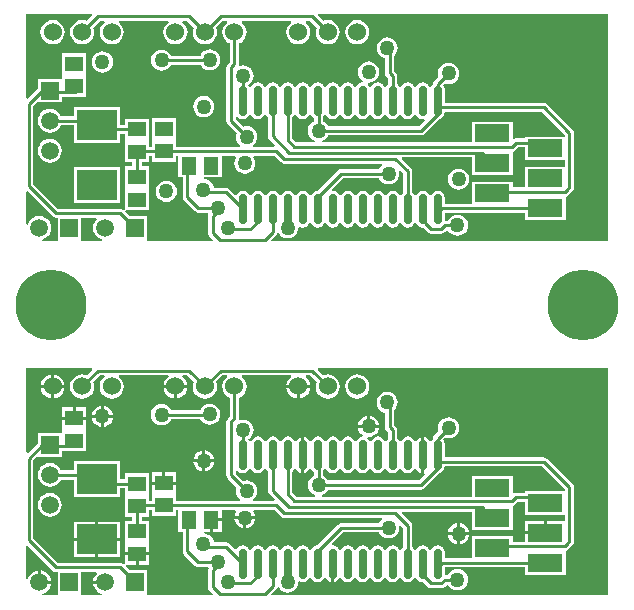
<source format=gbl>
G04 Layer_Physical_Order=2*
G04 Layer_Color=16711680*
%FSLAX24Y24*%
%MOIN*%
G70*
G01*
G75*
%ADD13R,0.0591X0.0512*%
%ADD15R,0.0512X0.0591*%
%ADD16C,0.0100*%
%ADD18C,0.0600*%
%ADD19C,0.0591*%
%ADD20R,0.0591X0.0591*%
%ADD21R,0.0591X0.0591*%
%ADD22C,0.2362*%
%ADD23C,0.0500*%
%ADD24R,0.1181X0.0591*%
%ADD25O,0.0276X0.1024*%
%ADD26R,0.1339X0.0984*%
G36*
X12707Y2411D02*
Y1768D01*
X12689Y1756D01*
X12636Y1677D01*
X12636Y1675D01*
X12585D01*
X12584Y1677D01*
X12532Y1756D01*
X12453Y1809D01*
X12360Y1827D01*
X12267Y1809D01*
X12189Y1756D01*
X12136Y1677D01*
X12136Y1675D01*
X12085D01*
X12084Y1677D01*
X12032Y1756D01*
X11953Y1809D01*
X11860Y1827D01*
X11767Y1809D01*
X11689Y1756D01*
X11636Y1677D01*
X11636Y1675D01*
X11585D01*
X11584Y1677D01*
X11532Y1756D01*
X11453Y1809D01*
X11360Y1827D01*
X11267Y1809D01*
X11189Y1756D01*
X11136Y1677D01*
X11136Y1675D01*
X11085D01*
X11084Y1677D01*
X11032Y1756D01*
X10953Y1809D01*
X10860Y1827D01*
X10767Y1809D01*
X10689Y1756D01*
X10636Y1677D01*
X10636Y1675D01*
X10585D01*
X10584Y1677D01*
X10532Y1756D01*
X10453Y1809D01*
X10360Y1827D01*
X10351Y1825D01*
X10326Y1871D01*
X10703Y2249D01*
X11909D01*
X11919Y2225D01*
X11975Y2152D01*
X12048Y2096D01*
X12133Y2061D01*
X12224Y2049D01*
X12316Y2061D01*
X12401Y2096D01*
X12474Y2152D01*
X12530Y2225D01*
X12565Y2310D01*
X12577Y2402D01*
X12567Y2481D01*
X12603Y2504D01*
X12612Y2507D01*
X12707Y2411D01*
D02*
G37*
G36*
X2501Y12693D02*
X2488Y12683D01*
X2424Y12601D01*
X2385Y12505D01*
X2371Y12402D01*
X2385Y12298D01*
X2424Y12202D01*
X2488Y12120D01*
X2570Y12056D01*
X2666Y12016D01*
X2686Y12014D01*
X2682Y11964D01*
X1998D01*
X1980Y12006D01*
X1980D01*
Y12741D01*
X2485D01*
X2501Y12693D01*
D02*
G37*
G36*
X1034Y12786D02*
X1083Y12752D01*
X1142Y12741D01*
X1189D01*
Y12006D01*
X1189D01*
X1171Y11964D01*
X672D01*
X669Y12014D01*
X688Y12016D01*
X784Y12056D01*
X867Y12120D01*
X930Y12202D01*
X970Y12298D01*
X983Y12402D01*
X970Y12505D01*
X930Y12601D01*
X867Y12683D01*
X784Y12747D01*
X688Y12787D01*
X585Y12800D01*
X481Y12787D01*
X385Y12747D01*
X303Y12683D01*
X239Y12601D01*
X200Y12505D01*
X153Y12516D01*
Y13601D01*
X199Y13620D01*
X1034Y12786D01*
D02*
G37*
G36*
X8642Y14587D02*
X8691Y14554D01*
X8750Y14542D01*
X11997D01*
X12014Y14492D01*
X11975Y14462D01*
X11919Y14389D01*
X11909Y14366D01*
X10640D01*
X10581Y14354D01*
X10532Y14321D01*
X9847Y13635D01*
X9767Y13620D01*
X9689Y13567D01*
X9636Y13488D01*
X9636Y13486D01*
X9585D01*
X9584Y13488D01*
X9532Y13567D01*
X9453Y13620D01*
X9360Y13638D01*
X9267Y13620D01*
X9189Y13567D01*
X9136Y13488D01*
X9136Y13486D01*
X9085D01*
X9084Y13488D01*
X9032Y13567D01*
X8953Y13620D01*
X8860Y13638D01*
X8767Y13620D01*
X8689Y13567D01*
X8636Y13488D01*
X8636Y13486D01*
X8585D01*
X8584Y13488D01*
X8532Y13567D01*
X8453Y13620D01*
X8360Y13638D01*
X8267Y13620D01*
X8189Y13567D01*
X8136Y13488D01*
X8136Y13486D01*
X8085D01*
X8084Y13488D01*
X8032Y13567D01*
X7953Y13620D01*
X7860Y13638D01*
X7767Y13620D01*
X7689Y13567D01*
X7636Y13488D01*
X7636Y13486D01*
X7585D01*
X7584Y13488D01*
X7532Y13567D01*
X7453Y13620D01*
X7360Y13638D01*
X7267Y13620D01*
X7189Y13567D01*
X7154Y13515D01*
X7093Y13506D01*
X6905Y13693D01*
X6855Y13726D01*
X6797Y13738D01*
X6399D01*
X6394Y13773D01*
X6359Y13858D01*
X6303Y13931D01*
X6230Y13987D01*
X6145Y14022D01*
X6062Y14033D01*
X6065Y14083D01*
X6665D01*
Y14808D01*
X7119D01*
X7144Y14758D01*
X7125Y14734D01*
X7090Y14648D01*
X7078Y14557D01*
X7090Y14466D01*
X7125Y14381D01*
X7181Y14307D01*
X7255Y14251D01*
X7340Y14216D01*
X7431Y14204D01*
X7522Y14216D01*
X7608Y14251D01*
X7681Y14307D01*
X7737Y14381D01*
X7772Y14466D01*
X7784Y14557D01*
X7772Y14648D01*
X7737Y14734D01*
X7718Y14758D01*
X7743Y14808D01*
X8421D01*
X8642Y14587D01*
D02*
G37*
G36*
X16760Y14656D02*
X18095D01*
Y14446D01*
X16760D01*
Y13759D01*
X16370D01*
Y13946D01*
X14989D01*
Y13204D01*
X14103D01*
Y13396D01*
X14084Y13488D01*
X14032Y13567D01*
X13953Y13620D01*
X13860Y13638D01*
X13767Y13620D01*
X13689Y13567D01*
X13636Y13488D01*
X13636Y13486D01*
X13585D01*
X13584Y13488D01*
X13532Y13567D01*
X13453Y13620D01*
X13360Y13638D01*
X13267Y13620D01*
X13189Y13567D01*
X13136Y13488D01*
X13136Y13486D01*
X13085D01*
X13084Y13488D01*
X13032Y13567D01*
X13013Y13579D01*
Y14285D01*
X13002Y14344D01*
X12968Y14394D01*
X12655Y14707D01*
X12674Y14753D01*
X14989D01*
Y14156D01*
X16370D01*
Y14946D01*
X16407Y14976D01*
X16440Y14998D01*
X16525Y15083D01*
X16760D01*
Y14656D01*
D02*
G37*
G36*
X12707Y14222D02*
Y13579D01*
X12689Y13567D01*
X12636Y13488D01*
X12636Y13486D01*
X12585D01*
X12584Y13488D01*
X12532Y13567D01*
X12453Y13620D01*
X12360Y13638D01*
X12267Y13620D01*
X12189Y13567D01*
X12136Y13488D01*
X12136Y13486D01*
X12085D01*
X12084Y13488D01*
X12032Y13567D01*
X11953Y13620D01*
X11860Y13638D01*
X11767Y13620D01*
X11689Y13567D01*
X11636Y13488D01*
X11636Y13486D01*
X11585D01*
X11584Y13488D01*
X11532Y13567D01*
X11453Y13620D01*
X11360Y13638D01*
X11267Y13620D01*
X11189Y13567D01*
X11136Y13488D01*
X11136Y13486D01*
X11085D01*
X11084Y13488D01*
X11032Y13567D01*
X10953Y13620D01*
X10860Y13638D01*
X10767Y13620D01*
X10689Y13567D01*
X10636Y13488D01*
X10636Y13486D01*
X10585D01*
X10584Y13488D01*
X10532Y13567D01*
X10453Y13620D01*
X10360Y13638D01*
X10351Y13636D01*
X10326Y13682D01*
X10703Y14060D01*
X11909D01*
X11919Y14036D01*
X11975Y13963D01*
X12048Y13907D01*
X12133Y13872D01*
X12224Y13860D01*
X12316Y13872D01*
X12401Y13907D01*
X12474Y13963D01*
X12530Y14036D01*
X12565Y14121D01*
X12577Y14213D01*
X12567Y14292D01*
X12603Y14315D01*
X12612Y14318D01*
X12707Y14222D01*
D02*
G37*
G36*
X8642Y2776D02*
X8691Y2743D01*
X8750Y2731D01*
X11997D01*
X12014Y2681D01*
X11975Y2651D01*
X11919Y2578D01*
X11909Y2555D01*
X10640D01*
X10581Y2543D01*
X10532Y2510D01*
X9847Y1824D01*
X9767Y1809D01*
X9689Y1756D01*
X9636Y1677D01*
X9636Y1675D01*
X9585D01*
X9584Y1677D01*
X9532Y1756D01*
X9453Y1809D01*
X9360Y1827D01*
X9267Y1809D01*
X9189Y1756D01*
X9136Y1677D01*
X9136Y1675D01*
X9085D01*
X9084Y1677D01*
X9032Y1756D01*
X8953Y1809D01*
X8860Y1827D01*
X8767Y1809D01*
X8689Y1756D01*
X8636Y1677D01*
X8636Y1675D01*
X8585D01*
X8584Y1677D01*
X8532Y1756D01*
X8453Y1809D01*
X8360Y1827D01*
X8267Y1809D01*
X8189Y1756D01*
X8136Y1677D01*
X8136Y1675D01*
X8085D01*
X8084Y1677D01*
X8032Y1756D01*
X7953Y1809D01*
X7860Y1827D01*
X7767Y1809D01*
X7689Y1756D01*
X7636Y1677D01*
X7636Y1675D01*
X7585D01*
X7584Y1677D01*
X7532Y1756D01*
X7453Y1809D01*
X7360Y1827D01*
X7267Y1809D01*
X7189Y1756D01*
X7154Y1704D01*
X7093Y1695D01*
X6905Y1882D01*
X6855Y1915D01*
X6797Y1927D01*
X6399D01*
X6394Y1962D01*
X6359Y2047D01*
X6303Y2120D01*
X6230Y2176D01*
X6145Y2211D01*
X6062Y2222D01*
X6065Y2272D01*
X6259D01*
Y2667D01*
X6309D01*
Y2717D01*
X6665D01*
Y2997D01*
X7119D01*
X7144Y2947D01*
X7125Y2923D01*
X7090Y2837D01*
X7085Y2796D01*
X7778D01*
X7772Y2837D01*
X7737Y2923D01*
X7718Y2947D01*
X7743Y2997D01*
X8421D01*
X8642Y2776D01*
D02*
G37*
G36*
X18095Y3687D02*
Y3635D01*
X16760D01*
Y3578D01*
X16462D01*
X16420Y3570D01*
X16370Y3599D01*
Y4135D01*
X14989D01*
Y3448D01*
X10017D01*
X10007Y3498D01*
X10068Y3523D01*
X10141Y3579D01*
X10197Y3652D01*
X10207Y3676D01*
X13307D01*
X13366Y3687D01*
X13415Y3721D01*
X13923Y4229D01*
X13953Y4235D01*
X14032Y4287D01*
X14084Y4366D01*
X14102Y4453D01*
X17328D01*
X18095Y3687D01*
D02*
G37*
G36*
X7636Y4366D02*
X7689Y4287D01*
X7767Y4235D01*
X7860Y4216D01*
X7953Y4235D01*
X8032Y4287D01*
X8084Y4366D01*
X8085Y4368D01*
X8136D01*
X8136Y4366D01*
X8189Y4287D01*
X8207Y4275D01*
Y3648D01*
X8219Y3589D01*
X8252Y3539D01*
X8439Y3353D01*
X8418Y3303D01*
X7718D01*
X7701Y3353D01*
X7740Y3382D01*
X7796Y3455D01*
X7831Y3541D01*
X7843Y3632D01*
X7831Y3723D01*
X7796Y3808D01*
X7740Y3882D01*
X7667Y3938D01*
X7582Y3973D01*
X7490Y3985D01*
X7399Y3973D01*
X7375Y3963D01*
X7125Y4213D01*
Y4293D01*
X7175Y4308D01*
X7189Y4287D01*
X7267Y4235D01*
X7360Y4216D01*
X7453Y4235D01*
X7532Y4287D01*
X7584Y4366D01*
X7585Y4368D01*
X7636D01*
X7636Y4366D01*
D02*
G37*
G36*
X2350Y7675D02*
X2161Y7486D01*
X2112Y7506D01*
X2008Y7520D01*
X1903Y7506D01*
X1806Y7466D01*
X1723Y7401D01*
X1658Y7318D01*
X1618Y7221D01*
X1604Y7116D01*
X1618Y7012D01*
X1658Y6914D01*
X1723Y6831D01*
X1806Y6767D01*
X1903Y6726D01*
X2008Y6713D01*
X2112Y6726D01*
X2210Y6767D01*
X2293Y6831D01*
X2357Y6914D01*
X2398Y7012D01*
X2411Y7116D01*
X2398Y7221D01*
X2377Y7269D01*
X2603Y7495D01*
X2746D01*
X2763Y7445D01*
X2707Y7401D01*
X2643Y7318D01*
X2602Y7221D01*
X2589Y7116D01*
X2602Y7012D01*
X2643Y6914D01*
X2707Y6831D01*
X2790Y6767D01*
X2888Y6726D01*
X2992Y6713D01*
X3097Y6726D01*
X3194Y6767D01*
X3277Y6831D01*
X3342Y6914D01*
X3382Y7012D01*
X3396Y7116D01*
X3382Y7221D01*
X3342Y7318D01*
X3277Y7401D01*
X3221Y7445D01*
X3238Y7495D01*
X4872D01*
X4889Y7445D01*
X4833Y7401D01*
X4769Y7318D01*
X4728Y7221D01*
X4721Y7166D01*
X5515D01*
X5508Y7221D01*
X5468Y7318D01*
X5403Y7401D01*
X5347Y7445D01*
X5364Y7495D01*
X5508D01*
X5733Y7269D01*
X5713Y7221D01*
X5699Y7116D01*
X5713Y7012D01*
X5753Y6914D01*
X5817Y6831D01*
X5901Y6767D01*
X5998Y6726D01*
X6102Y6713D01*
X6207Y6726D01*
X6304Y6767D01*
X6388Y6831D01*
X6452Y6914D01*
X6492Y7012D01*
X6506Y7116D01*
X6492Y7221D01*
X6472Y7269D01*
X6687Y7485D01*
X6828D01*
X6845Y7435D01*
X6801Y7401D01*
X6737Y7318D01*
X6697Y7221D01*
X6683Y7116D01*
X6697Y7012D01*
X6737Y6914D01*
X6801Y6831D01*
X6885Y6767D01*
X6934Y6747D01*
Y6118D01*
X6864Y6048D01*
X6831Y5998D01*
X6819Y5940D01*
Y4150D01*
X6831Y4091D01*
X6864Y4042D01*
X7159Y3747D01*
X7149Y3723D01*
X7137Y3632D01*
X7149Y3541D01*
X7184Y3455D01*
X7241Y3382D01*
X7279Y3353D01*
X7262Y3303D01*
X5130D01*
Y3492D01*
X5130Y3506D01*
Y3542D01*
X5130Y3556D01*
Y3848D01*
X4734D01*
X4339D01*
Y3556D01*
X4339Y3542D01*
Y3506D01*
X4339Y3492D01*
Y3303D01*
X4244D01*
Y3472D01*
X4244Y3486D01*
Y3522D01*
X4244Y3536D01*
Y4234D01*
X3453D01*
Y4031D01*
X3259D01*
Y4618D01*
X1721D01*
Y4320D01*
X1300D01*
X1280Y4367D01*
X1217Y4449D01*
X1134Y4513D01*
X1038Y4552D01*
X935Y4566D01*
X832Y4552D01*
X736Y4513D01*
X653Y4449D01*
X590Y4367D01*
X550Y4271D01*
X536Y4167D01*
X550Y4064D01*
X590Y3968D01*
X653Y3885D01*
X736Y3822D01*
X832Y3782D01*
X935Y3769D01*
X1038Y3782D01*
X1134Y3822D01*
X1217Y3885D01*
X1280Y3968D01*
X1300Y4014D01*
X1721D01*
Y3433D01*
X3259D01*
Y3725D01*
X3453D01*
Y3536D01*
X3453Y3522D01*
Y3486D01*
X3453Y3472D01*
Y2774D01*
X3686D01*
Y2639D01*
X3443D01*
Y1941D01*
X3443Y1928D01*
Y1891D01*
X3443Y1878D01*
Y1585D01*
X4234D01*
Y1878D01*
X4234Y1891D01*
Y1928D01*
X4234Y1941D01*
Y2639D01*
X3992D01*
Y2774D01*
X4244D01*
Y2997D01*
X4339D01*
Y2794D01*
X5130D01*
Y2997D01*
X5205D01*
Y2272D01*
X5363D01*
Y1616D01*
X5374Y1557D01*
X5408Y1508D01*
X5773Y1142D01*
X5823Y1109D01*
X5882Y1097D01*
X6200D01*
X6224Y1053D01*
X6217Y1043D01*
X6205Y984D01*
Y433D01*
X6217Y375D01*
X6250Y325D01*
X6376Y199D01*
X6357Y153D01*
X4183D01*
X4165Y195D01*
X4165D01*
Y986D01*
X3591D01*
X3447Y1130D01*
X3468Y1180D01*
X3789D01*
Y1485D01*
X3443D01*
Y1204D01*
X3393Y1183D01*
X3386Y1191D01*
X3336Y1224D01*
X3278Y1236D01*
X1205D01*
X379Y2061D01*
Y4651D01*
X512Y4784D01*
X540Y4772D01*
Y4772D01*
X1330D01*
Y4916D01*
X1347Y4959D01*
X2137D01*
Y5657D01*
X2137Y5671D01*
Y5707D01*
X2137Y5721D01*
Y6013D01*
X1347D01*
Y5721D01*
X1347Y5707D01*
Y5671D01*
X1347Y5657D01*
Y5606D01*
X1330Y5563D01*
X540D01*
Y5244D01*
X199Y4904D01*
X153Y4923D01*
Y7721D01*
X2331D01*
X2350Y7675D01*
D02*
G37*
G36*
X16760Y2845D02*
X18095D01*
Y2635D01*
X17501D01*
Y2240D01*
X17451D01*
Y2190D01*
X16760D01*
Y1948D01*
X16370D01*
Y2135D01*
X14989D01*
Y1393D01*
X14103D01*
Y1585D01*
X14084Y1677D01*
X14032Y1756D01*
X13953Y1809D01*
X13860Y1827D01*
X13767Y1809D01*
X13689Y1756D01*
X13636Y1677D01*
X13636Y1675D01*
X13585D01*
X13584Y1677D01*
X13532Y1756D01*
X13453Y1809D01*
X13360Y1827D01*
X13267Y1809D01*
X13189Y1756D01*
X13136Y1677D01*
X13136Y1675D01*
X13085D01*
X13084Y1677D01*
X13032Y1756D01*
X13013Y1768D01*
Y2474D01*
X13002Y2533D01*
X12968Y2583D01*
X12655Y2896D01*
X12674Y2942D01*
X14989D01*
Y2345D01*
X16370D01*
Y3135D01*
X16407Y3165D01*
X16440Y3187D01*
X16525Y3272D01*
X16760D01*
Y2845D01*
D02*
G37*
G36*
X19532Y153D02*
X8338D01*
X8319Y199D01*
X8468Y349D01*
X8502Y398D01*
X8504Y411D01*
X8537Y420D01*
X8557Y419D01*
X8609Y351D01*
X8682Y295D01*
X8767Y259D01*
X8859Y247D01*
X8950Y259D01*
X9035Y295D01*
X9108Y351D01*
X9164Y424D01*
X9200Y509D01*
X9210Y591D01*
X9254Y622D01*
X9267Y613D01*
X9360Y594D01*
X9453Y613D01*
X9532Y665D01*
X9584Y744D01*
X9585Y746D01*
X9636D01*
X9636Y744D01*
X9689Y665D01*
X9767Y613D01*
X9860Y594D01*
X9953Y613D01*
X10032Y665D01*
X10084Y744D01*
X10085Y746D01*
X10136D01*
X10136Y744D01*
X10189Y665D01*
X10267Y613D01*
X10310Y604D01*
Y1211D01*
X10410D01*
Y604D01*
X10453Y613D01*
X10532Y665D01*
X10584Y744D01*
X10585Y746D01*
X10636D01*
X10636Y744D01*
X10689Y665D01*
X10767Y613D01*
X10860Y594D01*
X10953Y613D01*
X11032Y665D01*
X11084Y744D01*
X11085Y746D01*
X11136D01*
X11136Y744D01*
X11189Y665D01*
X11267Y613D01*
X11360Y594D01*
X11453Y613D01*
X11532Y665D01*
X11584Y744D01*
X11585Y746D01*
X11636D01*
X11636Y744D01*
X11689Y665D01*
X11767Y613D01*
X11860Y594D01*
X11953Y613D01*
X12032Y665D01*
X12084Y744D01*
X12085Y746D01*
X12136D01*
X12136Y744D01*
X12189Y665D01*
X12267Y613D01*
X12360Y594D01*
X12453Y613D01*
X12532Y665D01*
X12584Y744D01*
X12585Y746D01*
X12636D01*
X12636Y744D01*
X12689Y665D01*
X12767Y613D01*
X12860Y594D01*
X12953Y613D01*
X13032Y665D01*
X13084Y744D01*
X13085Y746D01*
X13136D01*
X13136Y744D01*
X13189Y665D01*
X13267Y613D01*
X13360Y594D01*
X13379Y598D01*
X13536Y441D01*
X13586Y408D01*
X13644Y396D01*
X13979D01*
X14038Y408D01*
X14088Y441D01*
X14156Y509D01*
X14210Y503D01*
X14213Y501D01*
X14268Y430D01*
X14341Y373D01*
X14426Y338D01*
X14518Y326D01*
X14609Y338D01*
X14694Y373D01*
X14767Y430D01*
X14823Y503D01*
X14859Y588D01*
X14871Y679D01*
X14859Y771D01*
X14823Y856D01*
X14767Y929D01*
X14694Y985D01*
X14609Y1020D01*
X14518Y1032D01*
X14426Y1020D01*
X14341Y985D01*
X14268Y929D01*
X14212Y856D01*
X14202Y832D01*
X14151D01*
X14109Y836D01*
X14103Y881D01*
Y1087D01*
X16760D01*
Y845D01*
X18141D01*
Y1635D01*
X18179Y1665D01*
X18212Y1687D01*
X18299Y1775D01*
X18333Y1824D01*
X18333Y1828D01*
X18356Y1851D01*
X18389Y1900D01*
X18401Y1959D01*
Y3750D01*
X18389Y3809D01*
X18356Y3858D01*
X17500Y4714D01*
X17450Y4748D01*
X17392Y4759D01*
X14103D01*
Y5207D01*
X14084Y5299D01*
X14051Y5350D01*
X14108Y5407D01*
X14132Y5397D01*
X14223Y5385D01*
X14315Y5397D01*
X14400Y5433D01*
X14473Y5489D01*
X14529Y5562D01*
X14564Y5647D01*
X14576Y5738D01*
X14564Y5830D01*
X14529Y5915D01*
X14473Y5988D01*
X14400Y6044D01*
X14315Y6079D01*
X14223Y6091D01*
X14132Y6079D01*
X14047Y6044D01*
X13974Y5988D01*
X13917Y5915D01*
X13882Y5830D01*
X13870Y5738D01*
X13882Y5647D01*
X13892Y5624D01*
X13752Y5484D01*
X13719Y5434D01*
X13711Y5393D01*
X13689Y5378D01*
X13636Y5299D01*
X13636Y5297D01*
X13585D01*
X13584Y5299D01*
X13532Y5378D01*
X13453Y5431D01*
X13410Y5439D01*
Y4833D01*
Y4226D01*
X13419Y4228D01*
X13444Y4182D01*
X13244Y3982D01*
X10207D01*
X10197Y4005D01*
X10141Y4078D01*
X10068Y4134D01*
X10045Y4144D01*
Y4307D01*
X10084Y4366D01*
X10085Y4368D01*
X10136D01*
X10136Y4366D01*
X10189Y4287D01*
X10267Y4235D01*
X10360Y4216D01*
X10453Y4235D01*
X10532Y4287D01*
X10584Y4366D01*
X10585Y4368D01*
X10636D01*
X10636Y4366D01*
X10689Y4287D01*
X10767Y4235D01*
X10860Y4216D01*
X10953Y4235D01*
X11032Y4287D01*
X11084Y4366D01*
X11085Y4368D01*
X11136D01*
X11136Y4366D01*
X11189Y4287D01*
X11267Y4235D01*
X11360Y4216D01*
X11453Y4235D01*
X11532Y4287D01*
X11584Y4366D01*
X11585Y4368D01*
X11636D01*
X11636Y4366D01*
X11689Y4287D01*
X11767Y4235D01*
X11860Y4216D01*
X11953Y4235D01*
X12032Y4287D01*
X12084Y4366D01*
X12085Y4368D01*
X12136D01*
X12136Y4366D01*
X12189Y4287D01*
X12267Y4235D01*
X12360Y4216D01*
X12453Y4235D01*
X12532Y4287D01*
X12584Y4366D01*
X12585Y4368D01*
X12636D01*
X12636Y4366D01*
X12689Y4287D01*
X12767Y4235D01*
X12860Y4216D01*
X12953Y4235D01*
X13032Y4287D01*
X13084Y4366D01*
X13085Y4368D01*
X13136D01*
X13136Y4366D01*
X13189Y4287D01*
X13267Y4235D01*
X13310Y4226D01*
Y4833D01*
Y5439D01*
X13267Y5431D01*
X13189Y5378D01*
X13136Y5299D01*
X13136Y5297D01*
X13085D01*
X13084Y5299D01*
X13032Y5378D01*
X12953Y5431D01*
X12860Y5449D01*
X12767Y5431D01*
X12689Y5378D01*
X12636Y5299D01*
X12636Y5297D01*
X12585D01*
X12584Y5299D01*
X12532Y5378D01*
X12513Y5390D01*
Y5652D01*
X12502Y5710D01*
X12468Y5760D01*
X12407Y5821D01*
Y6321D01*
X12425Y6335D01*
X12481Y6408D01*
X12516Y6493D01*
X12528Y6585D01*
X12516Y6676D01*
X12481Y6761D01*
X12425Y6834D01*
X12352Y6890D01*
X12267Y6926D01*
X12175Y6938D01*
X12084Y6926D01*
X11999Y6890D01*
X11926Y6834D01*
X11869Y6761D01*
X11834Y6676D01*
X11822Y6585D01*
X11834Y6493D01*
X11869Y6408D01*
X11926Y6335D01*
X11999Y6279D01*
X12084Y6244D01*
X12101Y6241D01*
Y5758D01*
X12113Y5699D01*
X12146Y5650D01*
X12207Y5588D01*
Y5390D01*
X12189Y5378D01*
X12136Y5299D01*
X12136Y5297D01*
X12085D01*
X12084Y5299D01*
X12032Y5378D01*
X11953Y5431D01*
X11860Y5449D01*
X11767Y5431D01*
X11689Y5378D01*
X11636Y5299D01*
X11636Y5297D01*
X11585D01*
X11584Y5299D01*
X11532Y5378D01*
X11515Y5389D01*
X11533Y5437D01*
X11555Y5434D01*
X11646Y5446D01*
X11732Y5482D01*
X11805Y5538D01*
X11861Y5611D01*
X11896Y5696D01*
X11902Y5737D01*
X11209D01*
X11214Y5696D01*
X11249Y5611D01*
X11306Y5538D01*
X11359Y5496D01*
X11343Y5446D01*
X11267Y5431D01*
X11189Y5378D01*
X11136Y5299D01*
X11136Y5297D01*
X11085D01*
X11084Y5299D01*
X11032Y5378D01*
X10953Y5431D01*
X10860Y5449D01*
X10767Y5431D01*
X10689Y5378D01*
X10636Y5299D01*
X10636Y5297D01*
X10585D01*
X10584Y5299D01*
X10532Y5378D01*
X10453Y5431D01*
X10360Y5449D01*
X10267Y5431D01*
X10189Y5378D01*
X10136Y5299D01*
X10136Y5297D01*
X10085D01*
X10084Y5299D01*
X10032Y5378D01*
X9953Y5431D01*
X9860Y5449D01*
X9767Y5431D01*
X9689Y5378D01*
X9636Y5299D01*
X9636Y5297D01*
X9585D01*
X9584Y5299D01*
X9532Y5378D01*
X9453Y5431D01*
X9410Y5439D01*
Y4833D01*
Y4226D01*
X9453Y4235D01*
X9532Y4287D01*
X9584Y4366D01*
X9585Y4368D01*
X9636D01*
X9636Y4366D01*
X9689Y4287D01*
X9739Y4254D01*
Y4144D01*
X9715Y4134D01*
X9642Y4078D01*
X9586Y4005D01*
X9551Y3920D01*
X9539Y3829D01*
X9551Y3737D01*
X9586Y3652D01*
X9642Y3579D01*
X9715Y3523D01*
X9776Y3498D01*
X9766Y3448D01*
X9150D01*
X9013Y3585D01*
Y4275D01*
X9032Y4287D01*
X9084Y4366D01*
X9085Y4368D01*
X9136D01*
X9136Y4366D01*
X9189Y4287D01*
X9267Y4235D01*
X9310Y4226D01*
Y4833D01*
Y5439D01*
X9267Y5431D01*
X9189Y5378D01*
X9136Y5299D01*
X9136Y5297D01*
X9085D01*
X9084Y5299D01*
X9032Y5378D01*
X8953Y5431D01*
X8860Y5449D01*
X8767Y5431D01*
X8689Y5378D01*
X8636Y5299D01*
X8636Y5297D01*
X8585D01*
X8584Y5299D01*
X8532Y5378D01*
X8453Y5431D01*
X8360Y5449D01*
X8267Y5431D01*
X8189Y5378D01*
X8136Y5299D01*
X8136Y5297D01*
X8085D01*
X8084Y5299D01*
X8032Y5378D01*
X7953Y5431D01*
X7860Y5449D01*
X7767Y5431D01*
X7689Y5378D01*
X7636Y5299D01*
X7636Y5297D01*
X7585D01*
X7584Y5299D01*
X7548Y5353D01*
X7549Y5354D01*
X7622Y5410D01*
X7678Y5483D01*
X7713Y5568D01*
X7725Y5659D01*
X7713Y5751D01*
X7678Y5836D01*
X7622Y5909D01*
X7549Y5965D01*
X7463Y6000D01*
X7372Y6012D01*
X7281Y6000D01*
X7280Y6000D01*
X7236Y6036D01*
X7240Y6054D01*
Y6747D01*
X7288Y6767D01*
X7372Y6831D01*
X7436Y6914D01*
X7476Y7012D01*
X7490Y7116D01*
X7476Y7221D01*
X7436Y7318D01*
X7372Y7401D01*
X7328Y7435D01*
X7345Y7485D01*
X8954D01*
X8971Y7435D01*
X8927Y7401D01*
X8863Y7318D01*
X8823Y7221D01*
X8816Y7166D01*
X9609D01*
X9602Y7221D01*
X9562Y7318D01*
X9498Y7401D01*
X9454Y7435D01*
X9471Y7485D01*
X9612D01*
X9827Y7269D01*
X9807Y7221D01*
X9793Y7116D01*
X9807Y7012D01*
X9847Y6914D01*
X9912Y6831D01*
X9995Y6767D01*
X10092Y6726D01*
X10197Y6713D01*
X10301Y6726D01*
X10399Y6767D01*
X10482Y6831D01*
X10546Y6914D01*
X10587Y7012D01*
X10600Y7116D01*
X10587Y7221D01*
X10546Y7318D01*
X10482Y7401D01*
X10399Y7466D01*
X10301Y7506D01*
X10197Y7520D01*
X10092Y7506D01*
X10044Y7486D01*
X9854Y7675D01*
X9874Y7721D01*
X19532D01*
Y153D01*
D02*
G37*
G36*
X2350Y19486D02*
X2161Y19297D01*
X2112Y19317D01*
X2008Y19331D01*
X1903Y19317D01*
X1806Y19277D01*
X1723Y19212D01*
X1658Y19129D01*
X1618Y19032D01*
X1604Y18927D01*
X1618Y18823D01*
X1658Y18725D01*
X1723Y18642D01*
X1806Y18578D01*
X1903Y18537D01*
X2008Y18524D01*
X2112Y18537D01*
X2210Y18578D01*
X2293Y18642D01*
X2357Y18725D01*
X2398Y18823D01*
X2411Y18927D01*
X2398Y19032D01*
X2377Y19080D01*
X2603Y19306D01*
X2746D01*
X2763Y19256D01*
X2707Y19212D01*
X2643Y19129D01*
X2602Y19032D01*
X2589Y18927D01*
X2602Y18823D01*
X2643Y18725D01*
X2707Y18642D01*
X2790Y18578D01*
X2888Y18537D01*
X2992Y18524D01*
X3097Y18537D01*
X3194Y18578D01*
X3277Y18642D01*
X3342Y18725D01*
X3382Y18823D01*
X3396Y18927D01*
X3382Y19032D01*
X3342Y19129D01*
X3277Y19212D01*
X3221Y19256D01*
X3238Y19306D01*
X4872D01*
X4889Y19256D01*
X4833Y19212D01*
X4769Y19129D01*
X4728Y19032D01*
X4715Y18927D01*
X4728Y18823D01*
X4769Y18725D01*
X4833Y18642D01*
X4916Y18578D01*
X5014Y18537D01*
X5118Y18524D01*
X5223Y18537D01*
X5320Y18578D01*
X5403Y18642D01*
X5468Y18725D01*
X5508Y18823D01*
X5522Y18927D01*
X5508Y19032D01*
X5468Y19129D01*
X5403Y19212D01*
X5347Y19256D01*
X5364Y19306D01*
X5508D01*
X5733Y19080D01*
X5713Y19032D01*
X5699Y18927D01*
X5713Y18823D01*
X5753Y18725D01*
X5817Y18642D01*
X5901Y18578D01*
X5998Y18537D01*
X6102Y18524D01*
X6207Y18537D01*
X6304Y18578D01*
X6388Y18642D01*
X6452Y18725D01*
X6492Y18823D01*
X6506Y18927D01*
X6492Y19032D01*
X6472Y19080D01*
X6687Y19296D01*
X6828D01*
X6845Y19246D01*
X6801Y19212D01*
X6737Y19129D01*
X6697Y19032D01*
X6683Y18927D01*
X6697Y18823D01*
X6737Y18725D01*
X6801Y18642D01*
X6885Y18578D01*
X6934Y18558D01*
Y17929D01*
X6864Y17859D01*
X6831Y17809D01*
X6819Y17751D01*
Y15961D01*
X6831Y15903D01*
X6864Y15853D01*
X7159Y15558D01*
X7149Y15534D01*
X7137Y15443D01*
X7149Y15352D01*
X7184Y15266D01*
X7241Y15193D01*
X7279Y15164D01*
X7262Y15114D01*
X5130D01*
Y15303D01*
X5130Y15317D01*
Y15353D01*
X5130Y15367D01*
Y16065D01*
X4339D01*
Y15367D01*
X4339Y15353D01*
Y15317D01*
X4339Y15303D01*
Y15114D01*
X4244D01*
Y15283D01*
X4244Y15297D01*
Y15333D01*
X4244Y15347D01*
Y16045D01*
X3453D01*
Y15842D01*
X3259D01*
Y16429D01*
X1721D01*
Y16131D01*
X1300D01*
X1280Y16178D01*
X1217Y16260D01*
X1134Y16324D01*
X1038Y16363D01*
X935Y16377D01*
X832Y16363D01*
X736Y16324D01*
X653Y16260D01*
X590Y16178D01*
X550Y16082D01*
X536Y15978D01*
X550Y15875D01*
X590Y15779D01*
X653Y15696D01*
X736Y15633D01*
X832Y15593D01*
X935Y15580D01*
X1038Y15593D01*
X1134Y15633D01*
X1217Y15696D01*
X1280Y15779D01*
X1300Y15825D01*
X1721D01*
Y15244D01*
X3259D01*
Y15536D01*
X3453D01*
Y15347D01*
X3453Y15333D01*
Y15297D01*
X3453Y15283D01*
Y14585D01*
X3686D01*
Y14450D01*
X3443D01*
Y13752D01*
X3443Y13739D01*
Y13702D01*
X3443Y13689D01*
Y13015D01*
X3393Y12994D01*
X3386Y13002D01*
X3336Y13035D01*
X3278Y13047D01*
X1205D01*
X379Y13872D01*
Y16462D01*
X512Y16595D01*
X540Y16583D01*
Y16583D01*
X1330D01*
Y16727D01*
X1347Y16770D01*
X2137D01*
Y17468D01*
X2137Y17482D01*
Y17518D01*
X2137Y17532D01*
Y18230D01*
X1347D01*
Y17532D01*
X1347Y17518D01*
Y17482D01*
X1347Y17468D01*
Y17417D01*
X1330Y17374D01*
X540D01*
Y17055D01*
X199Y16715D01*
X153Y16734D01*
Y19532D01*
X2331D01*
X2350Y19486D01*
D02*
G37*
G36*
X7636Y16177D02*
X7689Y16098D01*
X7767Y16046D01*
X7860Y16027D01*
X7953Y16046D01*
X8032Y16098D01*
X8084Y16177D01*
X8085Y16179D01*
X8136D01*
X8136Y16177D01*
X8189Y16098D01*
X8207Y16086D01*
Y15459D01*
X8219Y15400D01*
X8252Y15351D01*
X8439Y15164D01*
X8418Y15114D01*
X7718D01*
X7701Y15164D01*
X7740Y15193D01*
X7796Y15266D01*
X7831Y15352D01*
X7843Y15443D01*
X7831Y15534D01*
X7796Y15619D01*
X7740Y15693D01*
X7667Y15749D01*
X7582Y15784D01*
X7490Y15796D01*
X7399Y15784D01*
X7375Y15774D01*
X7125Y16024D01*
Y16104D01*
X7175Y16119D01*
X7189Y16098D01*
X7267Y16046D01*
X7360Y16027D01*
X7453Y16046D01*
X7532Y16098D01*
X7584Y16177D01*
X7585Y16179D01*
X7636D01*
X7636Y16177D01*
D02*
G37*
G36*
X10136D02*
X10189Y16098D01*
X10267Y16046D01*
X10360Y16027D01*
X10453Y16046D01*
X10532Y16098D01*
X10584Y16177D01*
X10585Y16179D01*
X10636D01*
X10636Y16177D01*
X10689Y16098D01*
X10767Y16046D01*
X10860Y16027D01*
X10953Y16046D01*
X11032Y16098D01*
X11084Y16177D01*
X11085Y16179D01*
X11136D01*
X11136Y16177D01*
X11189Y16098D01*
X11267Y16046D01*
X11360Y16027D01*
X11453Y16046D01*
X11532Y16098D01*
X11584Y16177D01*
X11585Y16179D01*
X11636D01*
X11636Y16177D01*
X11689Y16098D01*
X11767Y16046D01*
X11860Y16027D01*
X11953Y16046D01*
X12032Y16098D01*
X12084Y16177D01*
X12085Y16179D01*
X12136D01*
X12136Y16177D01*
X12189Y16098D01*
X12267Y16046D01*
X12360Y16027D01*
X12453Y16046D01*
X12532Y16098D01*
X12584Y16177D01*
X12585Y16179D01*
X12636D01*
X12636Y16177D01*
X12689Y16098D01*
X12767Y16046D01*
X12860Y16027D01*
X12953Y16046D01*
X13032Y16098D01*
X13084Y16177D01*
X13085Y16179D01*
X13136D01*
X13136Y16177D01*
X13189Y16098D01*
X13267Y16046D01*
X13360Y16027D01*
X13419Y16039D01*
X13444Y15993D01*
X13244Y15793D01*
X10207D01*
X10197Y15816D01*
X10141Y15889D01*
X10068Y15945D01*
X10045Y15955D01*
Y16118D01*
X10084Y16177D01*
X10085Y16179D01*
X10136D01*
X10136Y16177D01*
D02*
G37*
G36*
X2501Y882D02*
X2488Y872D01*
X2424Y790D01*
X2385Y694D01*
X2378Y641D01*
X2770D01*
Y541D01*
X2378D01*
X2385Y487D01*
X2424Y391D01*
X2488Y309D01*
X2570Y245D01*
X2666Y205D01*
X2686Y203D01*
X2682Y153D01*
X1998D01*
X1980Y195D01*
X1980D01*
Y930D01*
X2485D01*
X2501Y882D01*
D02*
G37*
G36*
X19532Y11964D02*
X8338D01*
X8319Y12010D01*
X8468Y12160D01*
X8502Y12209D01*
X8504Y12222D01*
X8537Y12231D01*
X8557Y12230D01*
X8609Y12162D01*
X8682Y12106D01*
X8767Y12070D01*
X8859Y12058D01*
X8950Y12070D01*
X9035Y12106D01*
X9108Y12162D01*
X9164Y12235D01*
X9200Y12320D01*
X9210Y12402D01*
X9254Y12433D01*
X9267Y12424D01*
X9360Y12405D01*
X9453Y12424D01*
X9532Y12476D01*
X9584Y12555D01*
X9585Y12557D01*
X9636D01*
X9636Y12555D01*
X9689Y12476D01*
X9767Y12424D01*
X9860Y12405D01*
X9953Y12424D01*
X10032Y12476D01*
X10084Y12555D01*
X10085Y12557D01*
X10136D01*
X10136Y12555D01*
X10189Y12476D01*
X10267Y12424D01*
X10360Y12405D01*
X10453Y12424D01*
X10532Y12476D01*
X10584Y12555D01*
X10585Y12557D01*
X10636D01*
X10636Y12555D01*
X10689Y12476D01*
X10767Y12424D01*
X10860Y12405D01*
X10953Y12424D01*
X11032Y12476D01*
X11084Y12555D01*
X11085Y12557D01*
X11136D01*
X11136Y12555D01*
X11189Y12476D01*
X11267Y12424D01*
X11360Y12405D01*
X11453Y12424D01*
X11532Y12476D01*
X11584Y12555D01*
X11585Y12557D01*
X11636D01*
X11636Y12555D01*
X11689Y12476D01*
X11767Y12424D01*
X11860Y12405D01*
X11953Y12424D01*
X12032Y12476D01*
X12084Y12555D01*
X12085Y12557D01*
X12136D01*
X12136Y12555D01*
X12189Y12476D01*
X12267Y12424D01*
X12360Y12405D01*
X12453Y12424D01*
X12532Y12476D01*
X12584Y12555D01*
X12585Y12557D01*
X12636D01*
X12636Y12555D01*
X12689Y12476D01*
X12767Y12424D01*
X12860Y12405D01*
X12953Y12424D01*
X13032Y12476D01*
X13084Y12555D01*
X13085Y12557D01*
X13136D01*
X13136Y12555D01*
X13189Y12476D01*
X13267Y12424D01*
X13360Y12405D01*
X13379Y12409D01*
X13536Y12252D01*
X13586Y12219D01*
X13644Y12207D01*
X13979D01*
X14038Y12219D01*
X14088Y12252D01*
X14156Y12320D01*
X14210Y12314D01*
X14213Y12313D01*
X14268Y12241D01*
X14341Y12184D01*
X14426Y12149D01*
X14518Y12137D01*
X14609Y12149D01*
X14694Y12184D01*
X14767Y12241D01*
X14823Y12314D01*
X14859Y12399D01*
X14871Y12490D01*
X14859Y12582D01*
X14823Y12667D01*
X14767Y12740D01*
X14694Y12796D01*
X14609Y12831D01*
X14518Y12843D01*
X14426Y12831D01*
X14341Y12796D01*
X14268Y12740D01*
X14212Y12667D01*
X14202Y12643D01*
X14151D01*
X14109Y12647D01*
X14103Y12692D01*
Y12898D01*
X16760D01*
Y12656D01*
X18141D01*
Y13446D01*
X18179Y13476D01*
X18212Y13498D01*
X18299Y13586D01*
X18333Y13635D01*
X18333Y13639D01*
X18356Y13662D01*
X18389Y13711D01*
X18401Y13770D01*
Y15561D01*
X18389Y15620D01*
X18356Y15669D01*
X17500Y16525D01*
X17450Y16559D01*
X17392Y16570D01*
X14103D01*
Y17018D01*
X14084Y17111D01*
X14051Y17161D01*
X14108Y17218D01*
X14132Y17208D01*
X14223Y17196D01*
X14315Y17208D01*
X14400Y17244D01*
X14473Y17300D01*
X14529Y17373D01*
X14564Y17458D01*
X14576Y17549D01*
X14564Y17641D01*
X14529Y17726D01*
X14473Y17799D01*
X14400Y17855D01*
X14315Y17890D01*
X14223Y17903D01*
X14132Y17890D01*
X14047Y17855D01*
X13974Y17799D01*
X13917Y17726D01*
X13882Y17641D01*
X13870Y17549D01*
X13882Y17458D01*
X13892Y17435D01*
X13752Y17295D01*
X13719Y17245D01*
X13711Y17204D01*
X13689Y17189D01*
X13636Y17111D01*
X13636Y17108D01*
X13585D01*
X13584Y17111D01*
X13532Y17189D01*
X13453Y17242D01*
X13360Y17260D01*
X13267Y17242D01*
X13189Y17189D01*
X13136Y17111D01*
X13136Y17108D01*
X13085D01*
X13084Y17111D01*
X13032Y17189D01*
X12953Y17242D01*
X12860Y17260D01*
X12767Y17242D01*
X12689Y17189D01*
X12636Y17111D01*
X12636Y17108D01*
X12585D01*
X12584Y17111D01*
X12532Y17189D01*
X12513Y17202D01*
Y17463D01*
X12502Y17521D01*
X12468Y17571D01*
X12407Y17632D01*
Y18132D01*
X12425Y18146D01*
X12481Y18219D01*
X12516Y18304D01*
X12528Y18396D01*
X12516Y18487D01*
X12481Y18572D01*
X12425Y18645D01*
X12352Y18701D01*
X12267Y18737D01*
X12175Y18749D01*
X12084Y18737D01*
X11999Y18701D01*
X11926Y18645D01*
X11869Y18572D01*
X11834Y18487D01*
X11822Y18396D01*
X11834Y18304D01*
X11869Y18219D01*
X11926Y18146D01*
X11999Y18090D01*
X12084Y18055D01*
X12101Y18052D01*
Y17569D01*
X12113Y17510D01*
X12146Y17461D01*
X12207Y17399D01*
Y17202D01*
X12189Y17189D01*
X12136Y17111D01*
X12136Y17108D01*
X12085D01*
X12084Y17111D01*
X12032Y17189D01*
X11953Y17242D01*
X11860Y17260D01*
X11767Y17242D01*
X11689Y17189D01*
X11636Y17111D01*
X11636Y17108D01*
X11585D01*
X11584Y17111D01*
X11532Y17189D01*
X11515Y17200D01*
X11533Y17248D01*
X11555Y17245D01*
X11646Y17257D01*
X11732Y17293D01*
X11805Y17349D01*
X11861Y17422D01*
X11896Y17507D01*
X11908Y17598D01*
X11896Y17690D01*
X11861Y17775D01*
X11805Y17848D01*
X11732Y17904D01*
X11646Y17939D01*
X11555Y17951D01*
X11464Y17939D01*
X11379Y17904D01*
X11306Y17848D01*
X11249Y17775D01*
X11214Y17690D01*
X11202Y17598D01*
X11214Y17507D01*
X11249Y17422D01*
X11306Y17349D01*
X11359Y17307D01*
X11343Y17257D01*
X11267Y17242D01*
X11189Y17189D01*
X11136Y17111D01*
X11136Y17108D01*
X11085D01*
X11084Y17111D01*
X11032Y17189D01*
X10953Y17242D01*
X10860Y17260D01*
X10767Y17242D01*
X10689Y17189D01*
X10636Y17111D01*
X10636Y17108D01*
X10585D01*
X10584Y17111D01*
X10532Y17189D01*
X10453Y17242D01*
X10360Y17260D01*
X10267Y17242D01*
X10189Y17189D01*
X10136Y17111D01*
X10136Y17108D01*
X10085D01*
X10084Y17111D01*
X10032Y17189D01*
X9953Y17242D01*
X9860Y17260D01*
X9767Y17242D01*
X9689Y17189D01*
X9636Y17111D01*
X9636Y17108D01*
X9585D01*
X9584Y17111D01*
X9532Y17189D01*
X9453Y17242D01*
X9360Y17260D01*
X9267Y17242D01*
X9189Y17189D01*
X9136Y17111D01*
X9136Y17108D01*
X9085D01*
X9084Y17111D01*
X9032Y17189D01*
X8953Y17242D01*
X8860Y17260D01*
X8767Y17242D01*
X8689Y17189D01*
X8636Y17111D01*
X8636Y17108D01*
X8585D01*
X8584Y17111D01*
X8532Y17189D01*
X8453Y17242D01*
X8360Y17260D01*
X8267Y17242D01*
X8189Y17189D01*
X8136Y17111D01*
X8136Y17108D01*
X8085D01*
X8084Y17111D01*
X8032Y17189D01*
X7953Y17242D01*
X7860Y17260D01*
X7767Y17242D01*
X7689Y17189D01*
X7636Y17111D01*
X7636Y17108D01*
X7585D01*
X7584Y17111D01*
X7548Y17164D01*
X7549Y17165D01*
X7622Y17221D01*
X7678Y17294D01*
X7713Y17379D01*
X7725Y17470D01*
X7713Y17562D01*
X7678Y17647D01*
X7622Y17720D01*
X7549Y17776D01*
X7463Y17811D01*
X7372Y17823D01*
X7281Y17811D01*
X7280Y17811D01*
X7236Y17847D01*
X7240Y17865D01*
Y18558D01*
X7288Y18578D01*
X7372Y18642D01*
X7436Y18725D01*
X7476Y18823D01*
X7490Y18927D01*
X7476Y19032D01*
X7436Y19129D01*
X7372Y19212D01*
X7328Y19246D01*
X7345Y19296D01*
X8954D01*
X8971Y19246D01*
X8927Y19212D01*
X8863Y19129D01*
X8823Y19032D01*
X8809Y18927D01*
X8823Y18823D01*
X8863Y18725D01*
X8927Y18642D01*
X9011Y18578D01*
X9108Y18537D01*
X9213Y18524D01*
X9317Y18537D01*
X9414Y18578D01*
X9498Y18642D01*
X9562Y18725D01*
X9602Y18823D01*
X9616Y18927D01*
X9602Y19032D01*
X9562Y19129D01*
X9498Y19212D01*
X9454Y19246D01*
X9471Y19296D01*
X9612D01*
X9827Y19080D01*
X9807Y19032D01*
X9793Y18927D01*
X9807Y18823D01*
X9847Y18725D01*
X9912Y18642D01*
X9995Y18578D01*
X10092Y18537D01*
X10197Y18524D01*
X10301Y18537D01*
X10399Y18578D01*
X10482Y18642D01*
X10546Y18725D01*
X10587Y18823D01*
X10600Y18927D01*
X10587Y19032D01*
X10546Y19129D01*
X10482Y19212D01*
X10399Y19277D01*
X10301Y19317D01*
X10197Y19331D01*
X10092Y19317D01*
X10044Y19297D01*
X9854Y19486D01*
X9874Y19532D01*
X19532D01*
Y11964D01*
D02*
G37*
G36*
X1034Y975D02*
X1083Y941D01*
X1142Y930D01*
X1189D01*
Y195D01*
X1189D01*
X1171Y153D01*
X672D01*
X669Y203D01*
X688Y205D01*
X784Y245D01*
X867Y309D01*
X930Y391D01*
X970Y487D01*
X977Y541D01*
X585D01*
Y591D01*
X535D01*
Y983D01*
X481Y976D01*
X385Y936D01*
X303Y872D01*
X239Y790D01*
X200Y694D01*
X153Y705D01*
Y1790D01*
X199Y1809D01*
X1034Y975D01*
D02*
G37*
G36*
X9136Y16177D02*
X9189Y16098D01*
X9267Y16046D01*
X9360Y16027D01*
X9453Y16046D01*
X9532Y16098D01*
X9584Y16177D01*
X9585Y16179D01*
X9636D01*
X9636Y16177D01*
X9689Y16098D01*
X9739Y16065D01*
Y15955D01*
X9715Y15945D01*
X9642Y15889D01*
X9586Y15816D01*
X9551Y15731D01*
X9539Y15640D01*
X9551Y15548D01*
X9586Y15463D01*
X9642Y15390D01*
X9715Y15334D01*
X9776Y15309D01*
X9766Y15259D01*
X9150D01*
X9013Y15396D01*
Y16086D01*
X9032Y16098D01*
X9084Y16177D01*
X9085Y16179D01*
X9136D01*
X9136Y16177D01*
D02*
G37*
G36*
X5205Y14083D02*
X5363D01*
Y13427D01*
X5374Y13368D01*
X5408Y13319D01*
X5773Y12953D01*
X5823Y12920D01*
X5882Y12908D01*
X6200D01*
X6224Y12864D01*
X6217Y12854D01*
X6205Y12795D01*
Y12244D01*
X6217Y12186D01*
X6250Y12136D01*
X6376Y12010D01*
X6357Y11964D01*
X4183D01*
X4165Y12006D01*
X4165D01*
Y12797D01*
X3591D01*
X3447Y12941D01*
X3468Y12991D01*
X4234D01*
Y13689D01*
X4234Y13702D01*
Y13739D01*
X4234Y13752D01*
Y14450D01*
X3992D01*
Y14585D01*
X4244D01*
Y14808D01*
X4339D01*
Y14605D01*
X5130D01*
Y14808D01*
X5205D01*
Y14083D01*
D02*
G37*
G36*
X18095Y15498D02*
Y15446D01*
X16760D01*
Y15389D01*
X16462D01*
X16420Y15381D01*
X16370Y15410D01*
Y15946D01*
X14989D01*
Y15259D01*
X10017D01*
X10007Y15309D01*
X10068Y15334D01*
X10141Y15390D01*
X10197Y15463D01*
X10207Y15487D01*
X13307D01*
X13366Y15498D01*
X13415Y15532D01*
X13923Y16040D01*
X13953Y16046D01*
X14032Y16098D01*
X14084Y16177D01*
X14102Y16264D01*
X17328D01*
X18095Y15498D01*
D02*
G37*
%LPC*%
G36*
X6013Y4982D02*
X5972Y4977D01*
X5886Y4942D01*
X5813Y4885D01*
X5757Y4812D01*
X5722Y4727D01*
X5717Y4686D01*
X6013D01*
Y4982D01*
D02*
G37*
G36*
X935Y3566D02*
X832Y3552D01*
X736Y3513D01*
X653Y3449D01*
X590Y3367D01*
X550Y3271D01*
X536Y3167D01*
X550Y3064D01*
X590Y2968D01*
X653Y2885D01*
X736Y2822D01*
X832Y2782D01*
X935Y2769D01*
X1038Y2782D01*
X1134Y2822D01*
X1217Y2885D01*
X1280Y2968D01*
X1320Y3064D01*
X1334Y3167D01*
X1320Y3271D01*
X1280Y3367D01*
X1217Y3449D01*
X1134Y3513D01*
X1038Y3552D01*
X935Y3566D01*
D02*
G37*
G36*
X7381Y2696D02*
X7085D01*
X7090Y2655D01*
X7125Y2570D01*
X7181Y2496D01*
X7255Y2440D01*
X7340Y2405D01*
X7381Y2400D01*
Y2696D01*
D02*
G37*
G36*
X7778D02*
X7481D01*
Y2400D01*
X7522Y2405D01*
X7608Y2440D01*
X7681Y2496D01*
X7737Y2570D01*
X7772Y2655D01*
X7778Y2696D01*
D02*
G37*
G36*
X4684Y4254D02*
X4339D01*
Y3948D01*
X4684D01*
Y4254D01*
D02*
G37*
G36*
X5130D02*
X4784D01*
Y3948D01*
X5130D01*
Y4254D01*
D02*
G37*
G36*
X6013Y4586D02*
X5717D01*
X5722Y4544D01*
X5757Y4459D01*
X5813Y4386D01*
X5886Y4330D01*
X5972Y4295D01*
X6013Y4289D01*
Y4586D01*
D02*
G37*
G36*
X6409D02*
X6113D01*
Y4289D01*
X6154Y4295D01*
X6240Y4330D01*
X6313Y4386D01*
X6369Y4459D01*
X6404Y4544D01*
X6409Y4586D01*
D02*
G37*
G36*
X2440Y1968D02*
X1721D01*
Y1426D01*
X2440D01*
Y1968D01*
D02*
G37*
G36*
X4234Y1485D02*
X3889D01*
Y1180D01*
X4234D01*
Y1485D01*
D02*
G37*
G36*
X2440Y2610D02*
X1721D01*
Y2068D01*
X2440D01*
Y2610D01*
D02*
G37*
G36*
X3259Y1968D02*
X2540D01*
Y1426D01*
X3259D01*
Y1968D01*
D02*
G37*
G36*
X14507Y2165D02*
X14211D01*
X14216Y2123D01*
X14251Y2038D01*
X14307Y1965D01*
X14381Y1909D01*
X14466Y1874D01*
X14507Y1868D01*
Y2165D01*
D02*
G37*
G36*
X14904D02*
X14607D01*
Y1868D01*
X14648Y1874D01*
X14734Y1909D01*
X14807Y1965D01*
X14863Y2038D01*
X14898Y2123D01*
X14904Y2165D01*
D02*
G37*
G36*
X6665Y2617D02*
X6359D01*
Y2272D01*
X6665D01*
Y2617D01*
D02*
G37*
G36*
X17401Y2635D02*
X16760D01*
Y2290D01*
X17401D01*
Y2635D01*
D02*
G37*
G36*
X635Y983D02*
Y641D01*
X977D01*
X970Y694D01*
X930Y790D01*
X867Y872D01*
X784Y936D01*
X688Y976D01*
X635Y983D01*
D02*
G37*
G36*
X3259Y2610D02*
X2540D01*
Y2068D01*
X3259D01*
Y2610D01*
D02*
G37*
G36*
X14507Y2561D02*
X14466Y2556D01*
X14381Y2520D01*
X14307Y2464D01*
X14251Y2391D01*
X14216Y2306D01*
X14211Y2265D01*
X14507D01*
Y2561D01*
D02*
G37*
G36*
X14607D02*
Y2265D01*
X14904D01*
X14898Y2306D01*
X14863Y2391D01*
X14807Y2464D01*
X14734Y2520D01*
X14648Y2556D01*
X14607Y2561D01*
D02*
G37*
G36*
X6113Y4982D02*
Y4686D01*
X6409D01*
X6404Y4727D01*
X6369Y4812D01*
X6313Y4885D01*
X6240Y4942D01*
X6154Y4977D01*
X6113Y4982D01*
D02*
G37*
G36*
X1074Y7513D02*
Y7166D01*
X1420D01*
X1413Y7221D01*
X1373Y7318D01*
X1309Y7401D01*
X1225Y7466D01*
X1128Y7506D01*
X1074Y7513D01*
D02*
G37*
G36*
X3259Y14421D02*
X1721D01*
Y13237D01*
X3259D01*
Y14421D01*
D02*
G37*
G36*
X4813Y13975D02*
X4722Y13963D01*
X4636Y13928D01*
X4563Y13872D01*
X4507Y13799D01*
X4472Y13713D01*
X4460Y13622D01*
X4472Y13531D01*
X4507Y13446D01*
X4563Y13372D01*
X4636Y13316D01*
X4722Y13281D01*
X4813Y13269D01*
X4904Y13281D01*
X4990Y13316D01*
X5063Y13372D01*
X5119Y13446D01*
X5154Y13531D01*
X5166Y13622D01*
X5154Y13713D01*
X5119Y13799D01*
X5063Y13872D01*
X4990Y13928D01*
X4904Y13963D01*
X4813Y13975D01*
D02*
G37*
G36*
X9163Y7066D02*
X8816D01*
X8823Y7012D01*
X8863Y6914D01*
X8927Y6831D01*
X9011Y6767D01*
X9108Y6726D01*
X9163Y6719D01*
Y7066D01*
D02*
G37*
G36*
X9609D02*
X9263D01*
Y6719D01*
X9317Y6726D01*
X9414Y6767D01*
X9498Y6831D01*
X9562Y6914D01*
X9602Y7012D01*
X9609Y7066D01*
D02*
G37*
G36*
X974Y7513D02*
X919Y7506D01*
X822Y7466D01*
X738Y7401D01*
X674Y7318D01*
X634Y7221D01*
X627Y7166D01*
X974D01*
Y7513D01*
D02*
G37*
G36*
X14557Y14379D02*
X14466Y14367D01*
X14381Y14331D01*
X14307Y14275D01*
X14251Y14202D01*
X14216Y14117D01*
X14204Y14026D01*
X14216Y13934D01*
X14251Y13849D01*
X14307Y13776D01*
X14381Y13720D01*
X14466Y13685D01*
X14557Y13673D01*
X14648Y13685D01*
X14734Y13720D01*
X14807Y13776D01*
X14863Y13849D01*
X14898Y13934D01*
X14910Y14026D01*
X14898Y14117D01*
X14863Y14202D01*
X14807Y14275D01*
X14734Y14331D01*
X14648Y14367D01*
X14557Y14379D01*
D02*
G37*
G36*
X6260Y18355D02*
X6168Y18343D01*
X6083Y18308D01*
X6010Y18252D01*
X5954Y18178D01*
X5940Y18145D01*
X4971D01*
X4961Y18169D01*
X4905Y18242D01*
X4832Y18298D01*
X4747Y18333D01*
X4656Y18345D01*
X4564Y18333D01*
X4479Y18298D01*
X4406Y18242D01*
X4350Y18169D01*
X4315Y18083D01*
X4302Y17992D01*
X4315Y17901D01*
X4350Y17816D01*
X4406Y17743D01*
X4479Y17686D01*
X4564Y17651D01*
X4656Y17639D01*
X4747Y17651D01*
X4832Y17686D01*
X4905Y17743D01*
X4961Y17816D01*
X4971Y17839D01*
X5948D01*
X5954Y17825D01*
X6010Y17752D01*
X6083Y17696D01*
X6168Y17661D01*
X6260Y17649D01*
X6351Y17661D01*
X6436Y17696D01*
X6509Y17752D01*
X6566Y17825D01*
X6601Y17911D01*
X6613Y18002D01*
X6601Y18093D01*
X6566Y18178D01*
X6509Y18252D01*
X6436Y18308D01*
X6351Y18343D01*
X6260Y18355D01*
D02*
G37*
G36*
X1024Y19331D02*
X919Y19317D01*
X822Y19277D01*
X738Y19212D01*
X674Y19129D01*
X634Y19032D01*
X620Y18927D01*
X634Y18823D01*
X674Y18725D01*
X738Y18642D01*
X822Y18578D01*
X919Y18537D01*
X1024Y18524D01*
X1128Y18537D01*
X1225Y18578D01*
X1309Y18642D01*
X1373Y18725D01*
X1413Y18823D01*
X1427Y18927D01*
X1413Y19032D01*
X1373Y19129D01*
X1309Y19212D01*
X1225Y19277D01*
X1128Y19317D01*
X1024Y19331D01*
D02*
G37*
G36*
X11181D02*
X11077Y19317D01*
X10979Y19277D01*
X10896Y19212D01*
X10832Y19129D01*
X10791Y19032D01*
X10778Y18927D01*
X10791Y18823D01*
X10832Y18725D01*
X10896Y18642D01*
X10979Y18578D01*
X11077Y18537D01*
X11181Y18524D01*
X11286Y18537D01*
X11383Y18578D01*
X11466Y18642D01*
X11530Y18725D01*
X11571Y18823D01*
X11585Y18927D01*
X11571Y19032D01*
X11530Y19129D01*
X11466Y19212D01*
X11383Y19277D01*
X11286Y19317D01*
X11181Y19331D01*
D02*
G37*
G36*
X935Y15377D02*
X832Y15363D01*
X736Y15324D01*
X653Y15260D01*
X590Y15178D01*
X550Y15082D01*
X536Y14978D01*
X550Y14875D01*
X590Y14779D01*
X653Y14696D01*
X736Y14633D01*
X832Y14593D01*
X935Y14580D01*
X1038Y14593D01*
X1134Y14633D01*
X1217Y14696D01*
X1280Y14779D01*
X1320Y14875D01*
X1334Y14978D01*
X1320Y15082D01*
X1280Y15178D01*
X1217Y15260D01*
X1134Y15324D01*
X1038Y15363D01*
X935Y15377D01*
D02*
G37*
G36*
X6063Y16800D02*
X5972Y16788D01*
X5886Y16753D01*
X5813Y16696D01*
X5757Y16623D01*
X5722Y16538D01*
X5710Y16447D01*
X5722Y16355D01*
X5757Y16270D01*
X5813Y16197D01*
X5886Y16141D01*
X5972Y16106D01*
X6063Y16094D01*
X6154Y16106D01*
X6240Y16141D01*
X6313Y16197D01*
X6369Y16270D01*
X6404Y16355D01*
X6416Y16447D01*
X6404Y16538D01*
X6369Y16623D01*
X6313Y16696D01*
X6240Y16753D01*
X6154Y16788D01*
X6063Y16800D01*
D02*
G37*
G36*
X2687Y18286D02*
X2596Y18274D01*
X2510Y18239D01*
X2437Y18183D01*
X2381Y18110D01*
X2346Y18024D01*
X2334Y17933D01*
X2346Y17842D01*
X2381Y17757D01*
X2437Y17683D01*
X2510Y17627D01*
X2596Y17592D01*
X2687Y17580D01*
X2778Y17592D01*
X2864Y17627D01*
X2937Y17683D01*
X2993Y17757D01*
X3028Y17842D01*
X3040Y17933D01*
X3028Y18024D01*
X2993Y18110D01*
X2937Y18183D01*
X2864Y18239D01*
X2778Y18274D01*
X2687Y18286D01*
D02*
G37*
G36*
X5515Y7066D02*
X5168D01*
Y6719D01*
X5223Y6726D01*
X5320Y6767D01*
X5403Y6831D01*
X5468Y6914D01*
X5508Y7012D01*
X5515Y7066D01*
D02*
G37*
G36*
X11605Y6134D02*
Y5837D01*
X11902D01*
X11896Y5879D01*
X11861Y5964D01*
X11805Y6037D01*
X11732Y6093D01*
X11646Y6128D01*
X11605Y6134D01*
D02*
G37*
G36*
X1692Y6419D02*
X1347D01*
Y6113D01*
X1692D01*
Y6419D01*
D02*
G37*
G36*
X2137D02*
X1792D01*
Y6113D01*
X2137D01*
Y6419D01*
D02*
G37*
G36*
X2637Y6072D02*
X2341D01*
X2346Y6031D01*
X2381Y5946D01*
X2437Y5872D01*
X2510Y5816D01*
X2596Y5781D01*
X2637Y5776D01*
Y6072D01*
D02*
G37*
G36*
X3033D02*
X2737D01*
Y5776D01*
X2778Y5781D01*
X2864Y5816D01*
X2937Y5872D01*
X2993Y5946D01*
X3028Y6031D01*
X3033Y6072D01*
D02*
G37*
G36*
X11505Y6134D02*
X11464Y6128D01*
X11379Y6093D01*
X11306Y6037D01*
X11249Y5964D01*
X11214Y5879D01*
X11209Y5837D01*
X11505D01*
Y6134D01*
D02*
G37*
G36*
X2637Y6468D02*
X2596Y6463D01*
X2510Y6428D01*
X2437Y6372D01*
X2381Y6299D01*
X2346Y6213D01*
X2341Y6172D01*
X2637D01*
Y6468D01*
D02*
G37*
G36*
X974Y7066D02*
X627D01*
X634Y7012D01*
X674Y6914D01*
X738Y6831D01*
X822Y6767D01*
X919Y6726D01*
X974Y6719D01*
Y7066D01*
D02*
G37*
G36*
X1420D02*
X1074D01*
Y6719D01*
X1128Y6726D01*
X1225Y6767D01*
X1309Y6831D01*
X1373Y6914D01*
X1413Y7012D01*
X1420Y7066D01*
D02*
G37*
G36*
X5068D02*
X4721D01*
X4728Y7012D01*
X4769Y6914D01*
X4833Y6831D01*
X4916Y6767D01*
X5014Y6726D01*
X5068Y6719D01*
Y7066D01*
D02*
G37*
G36*
X2737Y6468D02*
Y6172D01*
X3033D01*
X3028Y6213D01*
X2993Y6299D01*
X2937Y6372D01*
X2864Y6428D01*
X2778Y6463D01*
X2737Y6468D01*
D02*
G37*
G36*
X6260Y6544D02*
X6168Y6532D01*
X6083Y6497D01*
X6010Y6441D01*
X5954Y6367D01*
X5940Y6334D01*
X4971D01*
X4961Y6358D01*
X4905Y6431D01*
X4832Y6487D01*
X4747Y6522D01*
X4656Y6534D01*
X4564Y6522D01*
X4479Y6487D01*
X4406Y6431D01*
X4350Y6358D01*
X4315Y6272D01*
X4302Y6181D01*
X4315Y6090D01*
X4350Y6005D01*
X4406Y5931D01*
X4479Y5875D01*
X4564Y5840D01*
X4656Y5828D01*
X4747Y5840D01*
X4832Y5875D01*
X4905Y5931D01*
X4961Y6005D01*
X4971Y6028D01*
X5948D01*
X5954Y6014D01*
X6010Y5941D01*
X6083Y5885D01*
X6168Y5850D01*
X6260Y5838D01*
X6351Y5850D01*
X6436Y5885D01*
X6509Y5941D01*
X6566Y6014D01*
X6601Y6100D01*
X6613Y6191D01*
X6601Y6282D01*
X6566Y6367D01*
X6509Y6441D01*
X6436Y6497D01*
X6351Y6532D01*
X6260Y6544D01*
D02*
G37*
G36*
X11181Y7520D02*
X11077Y7506D01*
X10979Y7466D01*
X10896Y7401D01*
X10832Y7318D01*
X10791Y7221D01*
X10778Y7116D01*
X10791Y7012D01*
X10832Y6914D01*
X10896Y6831D01*
X10979Y6767D01*
X11077Y6726D01*
X11181Y6713D01*
X11286Y6726D01*
X11383Y6767D01*
X11466Y6831D01*
X11530Y6914D01*
X11571Y7012D01*
X11585Y7116D01*
X11571Y7221D01*
X11530Y7318D01*
X11466Y7401D01*
X11383Y7466D01*
X11286Y7506D01*
X11181Y7520D01*
D02*
G37*
%LPD*%
D13*
X3839Y14094D02*
D03*
Y13346D02*
D03*
X3848Y15689D02*
D03*
Y14941D02*
D03*
X4734Y14961D02*
D03*
Y15709D02*
D03*
X1742Y17126D02*
D03*
Y17874D02*
D03*
Y5315D02*
D03*
Y6063D02*
D03*
X3839Y2283D02*
D03*
Y1535D02*
D03*
X3848Y3878D02*
D03*
Y3130D02*
D03*
X4734Y3150D02*
D03*
Y3898D02*
D03*
D15*
X6309Y14478D02*
D03*
X5561D02*
D03*
X6309Y2667D02*
D03*
X5561D02*
D03*
D16*
X13327Y12975D02*
X13367Y13015D01*
X13360Y13022D02*
X13367Y13015D01*
X13860Y16417D02*
X17392D01*
X13860Y16193D02*
Y16417D01*
X13307Y15640D02*
X13860Y16193D01*
X9892Y15640D02*
X13307D01*
X7087Y17865D02*
Y18927D01*
X6972Y17751D02*
X7087Y17865D01*
X6972Y15961D02*
Y17751D01*
Y15961D02*
X7490Y15443D01*
X7360Y16644D02*
X7372Y16656D01*
Y17470D01*
X9872Y13445D02*
X10640Y14213D01*
X9872Y13033D02*
Y13445D01*
X10640Y14213D02*
X12224D01*
X8750Y14695D02*
X12451D01*
X8913Y14906D02*
X15324D01*
X9087Y15106D02*
X16332D01*
X12451Y14695D02*
X12860Y14285D01*
X8860Y15333D02*
X9087Y15106D01*
X7860Y12604D02*
Y13022D01*
X8859Y13020D02*
X8860Y13022D01*
X9860D02*
X9872Y13033D01*
X13860Y16644D02*
Y17187D01*
X14223Y17549D01*
X12860Y13022D02*
Y14285D01*
X8484Y14961D02*
X8750Y14695D01*
X8360Y15459D02*
X8913Y14906D01*
X15324D02*
X15679Y14551D01*
X16332Y15106D02*
X16462Y15236D01*
X17266D01*
X17451Y15051D01*
X9892Y15640D02*
Y16612D01*
X12360Y16644D02*
Y17463D01*
X6250Y17992D02*
X6260Y18002D01*
X4656Y17992D02*
X6250D01*
X679Y16978D02*
X935D01*
X226Y16526D02*
X679Y16978D01*
X226Y13809D02*
Y16526D01*
Y13809D02*
X1142Y12894D01*
X4734Y14961D02*
X8484D01*
X8360Y15459D02*
Y16644D01*
X9860D02*
X9892Y16612D01*
X17392Y16417D02*
X18248Y15561D01*
X13860Y16417D02*
Y16644D01*
X2132Y15978D02*
X2500Y15610D01*
X2490Y15837D02*
X2638Y15689D01*
X3848D01*
X3868Y14961D02*
X4734D01*
X3848Y14941D02*
X3868Y14961D01*
X3839Y14931D02*
X3848Y14941D01*
X3839Y14094D02*
Y14931D01*
X3278Y12894D02*
X3770Y12402D01*
X1142Y12894D02*
X3278D01*
X935Y16978D02*
X974Y16939D01*
X1791D01*
X935Y15978D02*
X2132D01*
X8860Y15333D02*
Y16644D01*
X18248Y13770D02*
Y15561D01*
X18191Y13713D02*
X18248Y13770D01*
X18191Y13694D02*
Y13713D01*
X18103Y13606D02*
X18191Y13694D01*
X15734Y13606D02*
X18103D01*
X15679Y13551D02*
X15734Y13606D01*
X13988Y13022D02*
X14018Y13051D01*
X17569D01*
X9675Y19449D02*
X10197Y18927D01*
X6624Y19449D02*
X9675D01*
X6102Y18927D02*
X6624Y19449D01*
X5571Y19459D02*
X6102Y18927D01*
X2539Y19459D02*
X5571D01*
X2008Y18927D02*
X2539Y19459D01*
X8859Y12411D02*
Y13020D01*
X14110Y12490D02*
X14518D01*
X13979Y12360D02*
X14110Y12490D01*
X13327Y12975D02*
X13435Y12867D01*
Y12569D02*
Y12867D01*
Y12569D02*
X13644Y12360D01*
X13979D01*
X12254Y17569D02*
X12360Y17463D01*
X12254Y17569D02*
Y18317D01*
X12175Y18396D02*
X12254Y18317D01*
X8360Y12268D02*
Y13022D01*
X8104Y12011D02*
X8360Y12268D01*
X7616Y12360D02*
X7860Y12604D01*
X6851Y12392D02*
X6870Y12411D01*
X6883Y12360D02*
X7616D01*
X6851Y12392D02*
X6883Y12360D01*
X6870Y12411D02*
X6882D01*
X6591Y12011D02*
X8104D01*
X6358Y12244D02*
X6591Y12011D01*
X6358Y12244D02*
Y12795D01*
X6526Y12963D01*
X5516Y14285D02*
X5561Y14331D01*
X5516Y13427D02*
X5882Y13061D01*
X5516Y13427D02*
Y14285D01*
X5882Y13061D02*
X6526D01*
Y12963D02*
Y13061D01*
X6797Y13585D02*
X7360Y13022D01*
X5923Y13585D02*
X6797D01*
X5923Y1774D02*
X6797D01*
X7360Y1211D01*
X6526Y1152D02*
Y1250D01*
X5882D02*
X6526D01*
X5516Y1616D02*
Y2474D01*
Y1616D02*
X5882Y1250D01*
X5516Y2474D02*
X5561Y2520D01*
X6358Y984D02*
X6526Y1152D01*
X6358Y433D02*
Y984D01*
Y433D02*
X6591Y200D01*
X8104D01*
X6870Y600D02*
X6882D01*
X6851Y581D02*
X6883Y549D01*
X7616D01*
X6851Y581D02*
X6870Y600D01*
X7616Y549D02*
X7860Y793D01*
X8104Y200D02*
X8360Y457D01*
Y1211D01*
X12175Y6585D02*
X12254Y6506D01*
Y5758D02*
Y6506D01*
Y5758D02*
X12360Y5652D01*
X13644Y549D02*
X13979D01*
X13435Y758D02*
X13644Y549D01*
X13435Y758D02*
Y1056D01*
X13327Y1164D02*
X13435Y1056D01*
X13979Y549D02*
X14110Y679D01*
X14518D01*
X8859Y600D02*
Y1209D01*
X2008Y7116D02*
X2539Y7648D01*
X5571D01*
X6102Y7116D01*
X6624Y7638D01*
X9675D01*
X10197Y7116D01*
X14018Y1240D02*
X17569D01*
X13988Y1211D02*
X14018Y1240D01*
X15679Y1740D02*
X15734Y1795D01*
X18103D01*
X18191Y1883D01*
Y1902D01*
X18248Y1959D01*
Y3750D01*
X8860Y3522D02*
Y4833D01*
X935Y4167D02*
X2132D01*
X974Y5128D02*
X1791D01*
X935Y5167D02*
X974Y5128D01*
X1142Y1083D02*
X3278D01*
X3770Y591D01*
X3839Y2283D02*
Y3120D01*
X3848Y3130D01*
X3868Y3150D01*
X4734D01*
X2638Y3878D02*
X3848D01*
X2490Y4026D02*
X2638Y3878D01*
X2132Y4167D02*
X2500Y3799D01*
X13860Y4606D02*
Y4833D01*
X17392Y4606D02*
X18248Y3750D01*
X9860Y4833D02*
X9892Y4801D01*
X8360Y3648D02*
Y4833D01*
X4734Y3150D02*
X8484D01*
X226Y1998D02*
X1142Y1083D01*
X226Y1998D02*
Y4715D01*
X679Y5167D01*
X935D01*
X4656Y6181D02*
X6250D01*
X6260Y6191D01*
X12360Y4833D02*
Y5652D01*
X9892Y3829D02*
Y4801D01*
X17266Y3425D02*
X17451Y3240D01*
X16462Y3425D02*
X17266D01*
X16332Y3295D02*
X16462Y3425D01*
X15324Y3095D02*
X15679Y2740D01*
X8360Y3648D02*
X8913Y3095D01*
X8484Y3150D02*
X8750Y2884D01*
X12860Y1211D02*
Y2474D01*
X13860Y5376D02*
X14223Y5738D01*
X13860Y4833D02*
Y5376D01*
X9860Y1211D02*
X9872Y1222D01*
X8859Y1209D02*
X8860Y1211D01*
X7860Y793D02*
Y1211D01*
X8860Y3522D02*
X9087Y3295D01*
X12451Y2884D02*
X12860Y2474D01*
X9087Y3295D02*
X16332D01*
X8913Y3095D02*
X15324D01*
X8750Y2884D02*
X12451D01*
X10640Y2402D02*
X12224D01*
X9872Y1222D02*
Y1634D01*
X10640Y2402D01*
X7372Y4844D02*
Y5659D01*
X7360Y4833D02*
X7372Y4844D01*
X6972Y4150D02*
X7490Y3632D01*
X6972Y4150D02*
Y5940D01*
X7087Y6054D01*
Y7116D01*
X9892Y3829D02*
X13307D01*
X13860Y4382D01*
Y4606D01*
X17392D01*
X13360Y1211D02*
X13367Y1204D01*
X13327Y1164D02*
X13367Y1204D01*
D18*
X2992Y18927D02*
D03*
X2008D02*
D03*
X1024D02*
D03*
X7087D02*
D03*
X6102D02*
D03*
X5118D02*
D03*
X11181D02*
D03*
X10197D02*
D03*
X9213D02*
D03*
X2992Y7116D02*
D03*
X2008D02*
D03*
X1024D02*
D03*
X7087D02*
D03*
X6102D02*
D03*
X5118D02*
D03*
X11181D02*
D03*
X10197D02*
D03*
X9213D02*
D03*
D19*
X935Y14978D02*
D03*
Y15978D02*
D03*
X2770Y12402D02*
D03*
X585D02*
D03*
Y591D02*
D03*
X2770D02*
D03*
X935Y3167D02*
D03*
Y4167D02*
D03*
D20*
Y16978D02*
D03*
Y5167D02*
D03*
D21*
X3770Y12402D02*
D03*
X1585D02*
D03*
Y591D02*
D03*
X3770D02*
D03*
D22*
X955Y9843D02*
D03*
X18720D02*
D03*
D23*
X7431Y14557D02*
D03*
X2687Y17933D02*
D03*
X6063Y16447D02*
D03*
X14557Y14026D02*
D03*
X7490Y15443D02*
D03*
X7372Y17470D02*
D03*
X12224Y14213D02*
D03*
X14223Y17549D02*
D03*
X9892Y15640D02*
D03*
X6260Y18002D02*
D03*
X4656Y17992D02*
D03*
X8859Y12411D02*
D03*
X14518Y12490D02*
D03*
X12175Y18396D02*
D03*
X11555Y17598D02*
D03*
X6882Y12411D02*
D03*
X6526Y13061D02*
D03*
X6053Y13681D02*
D03*
X4813Y13622D02*
D03*
Y1811D02*
D03*
X6053Y1870D02*
D03*
X6526Y1250D02*
D03*
X6882Y600D02*
D03*
X11555Y5787D02*
D03*
X12175Y6585D02*
D03*
X14518Y679D02*
D03*
X8859Y600D02*
D03*
X4656Y6181D02*
D03*
X6260Y6191D02*
D03*
X9892Y3829D02*
D03*
X14223Y5738D02*
D03*
X12224Y2402D02*
D03*
X7372Y5659D02*
D03*
X7490Y3632D02*
D03*
X14557Y2215D02*
D03*
X6063Y4636D02*
D03*
X2687Y6122D02*
D03*
X7431Y2746D02*
D03*
D24*
X15679Y15551D02*
D03*
X17451Y15051D02*
D03*
X15679Y14551D02*
D03*
X17451Y14051D02*
D03*
X15679Y13551D02*
D03*
X17451Y13051D02*
D03*
X15679Y3740D02*
D03*
X17451Y3240D02*
D03*
X15679Y2740D02*
D03*
X17451Y2240D02*
D03*
X15679Y1740D02*
D03*
X17451Y1240D02*
D03*
D25*
X13860Y13022D02*
D03*
X13360D02*
D03*
X12860D02*
D03*
X12360D02*
D03*
X11860D02*
D03*
X11360D02*
D03*
X10860D02*
D03*
X10360D02*
D03*
X9860D02*
D03*
X9360D02*
D03*
X8860D02*
D03*
X8360D02*
D03*
X7860D02*
D03*
X7360D02*
D03*
X13860Y16644D02*
D03*
X13360D02*
D03*
X12860D02*
D03*
X12360D02*
D03*
X11860D02*
D03*
X11360D02*
D03*
X10860D02*
D03*
X10360D02*
D03*
X9860D02*
D03*
X9360D02*
D03*
X8860D02*
D03*
X8360D02*
D03*
X7860D02*
D03*
X7360D02*
D03*
X13860Y1211D02*
D03*
X13360D02*
D03*
X12860D02*
D03*
X12360D02*
D03*
X11860D02*
D03*
X11360D02*
D03*
X10860D02*
D03*
X10360D02*
D03*
X9860D02*
D03*
X9360D02*
D03*
X8860D02*
D03*
X8360D02*
D03*
X7860D02*
D03*
X7360D02*
D03*
X13860Y4833D02*
D03*
X13360D02*
D03*
X12860D02*
D03*
X12360D02*
D03*
X11860D02*
D03*
X11360D02*
D03*
X10860D02*
D03*
X10360D02*
D03*
X9860D02*
D03*
X9360D02*
D03*
X8860D02*
D03*
X8360D02*
D03*
X7860D02*
D03*
X7360D02*
D03*
D26*
X2490Y15837D02*
D03*
Y13829D02*
D03*
Y4026D02*
D03*
Y2018D02*
D03*
M02*

</source>
